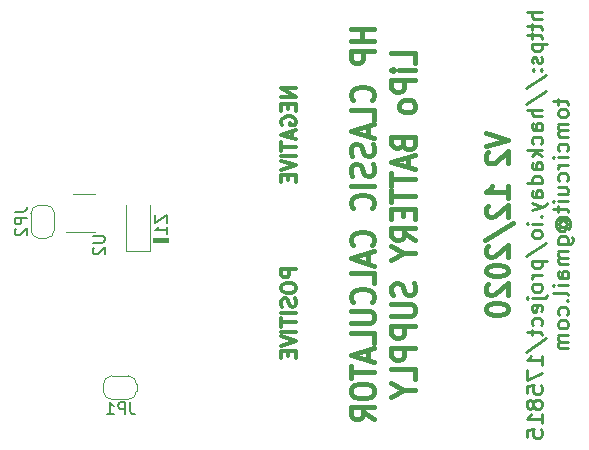
<source format=gbr>
%TF.GenerationSoftware,KiCad,Pcbnew,(5.1.6)-1*%
%TF.CreationDate,2020-12-02T11:33:45-05:00*%
%TF.ProjectId,HP_classic,48505f63-6c61-4737-9369-632e6b696361,2*%
%TF.SameCoordinates,Original*%
%TF.FileFunction,Legend,Bot*%
%TF.FilePolarity,Positive*%
%FSLAX46Y46*%
G04 Gerber Fmt 4.6, Leading zero omitted, Abs format (unit mm)*
G04 Created by KiCad (PCBNEW (5.1.6)-1) date 2020-12-02 11:33:45*
%MOMM*%
%LPD*%
G01*
G04 APERTURE LIST*
%ADD10C,0.250000*%
%ADD11C,0.100000*%
%ADD12C,0.400000*%
%ADD13C,0.450000*%
%ADD14C,0.300000*%
%ADD15C,0.120000*%
%ADD16C,0.150000*%
%ADD17R,1.300000X1.300000*%
%ADD18R,1.400000X0.750000*%
%ADD19R,1.800000X1.800000*%
%ADD20O,1.800000X1.800000*%
%ADD21O,1.200000X1.900000*%
%ADD22O,1.200000X2.300000*%
%ADD23O,1.300000X1.850000*%
%ADD24C,2.100000*%
G04 APERTURE END LIST*
D10*
X194988095Y-107016666D02*
X193688095Y-107016666D01*
X194988095Y-107573809D02*
X194307142Y-107573809D01*
X194183333Y-107511904D01*
X194121428Y-107388095D01*
X194121428Y-107202380D01*
X194183333Y-107078571D01*
X194245238Y-107016666D01*
X194121428Y-108007142D02*
X194121428Y-108502380D01*
X193688095Y-108192857D02*
X194802380Y-108192857D01*
X194926190Y-108254761D01*
X194988095Y-108378571D01*
X194988095Y-108502380D01*
X194121428Y-108750000D02*
X194121428Y-109245238D01*
X193688095Y-108935714D02*
X194802380Y-108935714D01*
X194926190Y-108997619D01*
X194988095Y-109121428D01*
X194988095Y-109245238D01*
X194121428Y-109678571D02*
X195421428Y-109678571D01*
X194183333Y-109678571D02*
X194121428Y-109802380D01*
X194121428Y-110050000D01*
X194183333Y-110173809D01*
X194245238Y-110235714D01*
X194369047Y-110297619D01*
X194740476Y-110297619D01*
X194864285Y-110235714D01*
X194926190Y-110173809D01*
X194988095Y-110050000D01*
X194988095Y-109802380D01*
X194926190Y-109678571D01*
X194926190Y-110792857D02*
X194988095Y-110916666D01*
X194988095Y-111164285D01*
X194926190Y-111288095D01*
X194802380Y-111350000D01*
X194740476Y-111350000D01*
X194616666Y-111288095D01*
X194554761Y-111164285D01*
X194554761Y-110978571D01*
X194492857Y-110854761D01*
X194369047Y-110792857D01*
X194307142Y-110792857D01*
X194183333Y-110854761D01*
X194121428Y-110978571D01*
X194121428Y-111164285D01*
X194183333Y-111288095D01*
X194864285Y-111907142D02*
X194926190Y-111969047D01*
X194988095Y-111907142D01*
X194926190Y-111845238D01*
X194864285Y-111907142D01*
X194988095Y-111907142D01*
X194183333Y-111907142D02*
X194245238Y-111969047D01*
X194307142Y-111907142D01*
X194245238Y-111845238D01*
X194183333Y-111907142D01*
X194307142Y-111907142D01*
X193626190Y-113454761D02*
X195297619Y-112340476D01*
X193626190Y-114816666D02*
X195297619Y-113702380D01*
X194988095Y-115250000D02*
X193688095Y-115250000D01*
X194988095Y-115807142D02*
X194307142Y-115807142D01*
X194183333Y-115745238D01*
X194121428Y-115621428D01*
X194121428Y-115435714D01*
X194183333Y-115311904D01*
X194245238Y-115250000D01*
X194988095Y-116983333D02*
X194307142Y-116983333D01*
X194183333Y-116921428D01*
X194121428Y-116797619D01*
X194121428Y-116550000D01*
X194183333Y-116426190D01*
X194926190Y-116983333D02*
X194988095Y-116859523D01*
X194988095Y-116550000D01*
X194926190Y-116426190D01*
X194802380Y-116364285D01*
X194678571Y-116364285D01*
X194554761Y-116426190D01*
X194492857Y-116550000D01*
X194492857Y-116859523D01*
X194430952Y-116983333D01*
X194926190Y-118159523D02*
X194988095Y-118035714D01*
X194988095Y-117788095D01*
X194926190Y-117664285D01*
X194864285Y-117602380D01*
X194740476Y-117540476D01*
X194369047Y-117540476D01*
X194245238Y-117602380D01*
X194183333Y-117664285D01*
X194121428Y-117788095D01*
X194121428Y-118035714D01*
X194183333Y-118159523D01*
X194988095Y-118716666D02*
X193688095Y-118716666D01*
X194492857Y-118840476D02*
X194988095Y-119211904D01*
X194121428Y-119211904D02*
X194616666Y-118716666D01*
X194988095Y-120326190D02*
X194307142Y-120326190D01*
X194183333Y-120264285D01*
X194121428Y-120140476D01*
X194121428Y-119892857D01*
X194183333Y-119769047D01*
X194926190Y-120326190D02*
X194988095Y-120202380D01*
X194988095Y-119892857D01*
X194926190Y-119769047D01*
X194802380Y-119707142D01*
X194678571Y-119707142D01*
X194554761Y-119769047D01*
X194492857Y-119892857D01*
X194492857Y-120202380D01*
X194430952Y-120326190D01*
X194988095Y-121502380D02*
X193688095Y-121502380D01*
X194926190Y-121502380D02*
X194988095Y-121378571D01*
X194988095Y-121130952D01*
X194926190Y-121007142D01*
X194864285Y-120945238D01*
X194740476Y-120883333D01*
X194369047Y-120883333D01*
X194245238Y-120945238D01*
X194183333Y-121007142D01*
X194121428Y-121130952D01*
X194121428Y-121378571D01*
X194183333Y-121502380D01*
X194988095Y-122678571D02*
X194307142Y-122678571D01*
X194183333Y-122616666D01*
X194121428Y-122492857D01*
X194121428Y-122245238D01*
X194183333Y-122121428D01*
X194926190Y-122678571D02*
X194988095Y-122554761D01*
X194988095Y-122245238D01*
X194926190Y-122121428D01*
X194802380Y-122059523D01*
X194678571Y-122059523D01*
X194554761Y-122121428D01*
X194492857Y-122245238D01*
X194492857Y-122554761D01*
X194430952Y-122678571D01*
X194121428Y-123173809D02*
X194988095Y-123483333D01*
X194121428Y-123792857D02*
X194988095Y-123483333D01*
X195297619Y-123359523D01*
X195359523Y-123297619D01*
X195421428Y-123173809D01*
X194864285Y-124288095D02*
X194926190Y-124350000D01*
X194988095Y-124288095D01*
X194926190Y-124226190D01*
X194864285Y-124288095D01*
X194988095Y-124288095D01*
X194988095Y-124907142D02*
X194121428Y-124907142D01*
X193688095Y-124907142D02*
X193750000Y-124845238D01*
X193811904Y-124907142D01*
X193750000Y-124969047D01*
X193688095Y-124907142D01*
X193811904Y-124907142D01*
X194988095Y-125711904D02*
X194926190Y-125588095D01*
X194864285Y-125526190D01*
X194740476Y-125464285D01*
X194369047Y-125464285D01*
X194245238Y-125526190D01*
X194183333Y-125588095D01*
X194121428Y-125711904D01*
X194121428Y-125897619D01*
X194183333Y-126021428D01*
X194245238Y-126083333D01*
X194369047Y-126145238D01*
X194740476Y-126145238D01*
X194864285Y-126083333D01*
X194926190Y-126021428D01*
X194988095Y-125897619D01*
X194988095Y-125711904D01*
X193626190Y-127630952D02*
X195297619Y-126516666D01*
X194121428Y-128064285D02*
X195421428Y-128064285D01*
X194183333Y-128064285D02*
X194121428Y-128188095D01*
X194121428Y-128435714D01*
X194183333Y-128559523D01*
X194245238Y-128621428D01*
X194369047Y-128683333D01*
X194740476Y-128683333D01*
X194864285Y-128621428D01*
X194926190Y-128559523D01*
X194988095Y-128435714D01*
X194988095Y-128188095D01*
X194926190Y-128064285D01*
X194988095Y-129240476D02*
X194121428Y-129240476D01*
X194369047Y-129240476D02*
X194245238Y-129302380D01*
X194183333Y-129364285D01*
X194121428Y-129488095D01*
X194121428Y-129611904D01*
X194988095Y-130230952D02*
X194926190Y-130107142D01*
X194864285Y-130045238D01*
X194740476Y-129983333D01*
X194369047Y-129983333D01*
X194245238Y-130045238D01*
X194183333Y-130107142D01*
X194121428Y-130230952D01*
X194121428Y-130416666D01*
X194183333Y-130540476D01*
X194245238Y-130602380D01*
X194369047Y-130664285D01*
X194740476Y-130664285D01*
X194864285Y-130602380D01*
X194926190Y-130540476D01*
X194988095Y-130416666D01*
X194988095Y-130230952D01*
X194121428Y-131221428D02*
X195235714Y-131221428D01*
X195359523Y-131159523D01*
X195421428Y-131035714D01*
X195421428Y-130973809D01*
X193688095Y-131221428D02*
X193750000Y-131159523D01*
X193811904Y-131221428D01*
X193750000Y-131283333D01*
X193688095Y-131221428D01*
X193811904Y-131221428D01*
X194926190Y-132335714D02*
X194988095Y-132211904D01*
X194988095Y-131964285D01*
X194926190Y-131840476D01*
X194802380Y-131778571D01*
X194307142Y-131778571D01*
X194183333Y-131840476D01*
X194121428Y-131964285D01*
X194121428Y-132211904D01*
X194183333Y-132335714D01*
X194307142Y-132397619D01*
X194430952Y-132397619D01*
X194554761Y-131778571D01*
X194926190Y-133511904D02*
X194988095Y-133388095D01*
X194988095Y-133140476D01*
X194926190Y-133016666D01*
X194864285Y-132954761D01*
X194740476Y-132892857D01*
X194369047Y-132892857D01*
X194245238Y-132954761D01*
X194183333Y-133016666D01*
X194121428Y-133140476D01*
X194121428Y-133388095D01*
X194183333Y-133511904D01*
X194121428Y-133883333D02*
X194121428Y-134378571D01*
X193688095Y-134069047D02*
X194802380Y-134069047D01*
X194926190Y-134130952D01*
X194988095Y-134254761D01*
X194988095Y-134378571D01*
X193626190Y-135740476D02*
X195297619Y-134626190D01*
X194988095Y-136854761D02*
X194988095Y-136111904D01*
X194988095Y-136483333D02*
X193688095Y-136483333D01*
X193873809Y-136359523D01*
X193997619Y-136235714D01*
X194059523Y-136111904D01*
X193688095Y-137288095D02*
X193688095Y-138154761D01*
X194988095Y-137597619D01*
X193688095Y-139269047D02*
X193688095Y-138650000D01*
X194307142Y-138588095D01*
X194245238Y-138650000D01*
X194183333Y-138773809D01*
X194183333Y-139083333D01*
X194245238Y-139207142D01*
X194307142Y-139269047D01*
X194430952Y-139330952D01*
X194740476Y-139330952D01*
X194864285Y-139269047D01*
X194926190Y-139207142D01*
X194988095Y-139083333D01*
X194988095Y-138773809D01*
X194926190Y-138650000D01*
X194864285Y-138588095D01*
X194245238Y-140073809D02*
X194183333Y-139950000D01*
X194121428Y-139888095D01*
X193997619Y-139826190D01*
X193935714Y-139826190D01*
X193811904Y-139888095D01*
X193750000Y-139950000D01*
X193688095Y-140073809D01*
X193688095Y-140321428D01*
X193750000Y-140445238D01*
X193811904Y-140507142D01*
X193935714Y-140569047D01*
X193997619Y-140569047D01*
X194121428Y-140507142D01*
X194183333Y-140445238D01*
X194245238Y-140321428D01*
X194245238Y-140073809D01*
X194307142Y-139950000D01*
X194369047Y-139888095D01*
X194492857Y-139826190D01*
X194740476Y-139826190D01*
X194864285Y-139888095D01*
X194926190Y-139950000D01*
X194988095Y-140073809D01*
X194988095Y-140321428D01*
X194926190Y-140445238D01*
X194864285Y-140507142D01*
X194740476Y-140569047D01*
X194492857Y-140569047D01*
X194369047Y-140507142D01*
X194307142Y-140445238D01*
X194245238Y-140321428D01*
X194988095Y-141807142D02*
X194988095Y-141064285D01*
X194988095Y-141435714D02*
X193688095Y-141435714D01*
X193873809Y-141311904D01*
X193997619Y-141188095D01*
X194059523Y-141064285D01*
X193688095Y-142983333D02*
X193688095Y-142364285D01*
X194307142Y-142302380D01*
X194245238Y-142364285D01*
X194183333Y-142488095D01*
X194183333Y-142797619D01*
X194245238Y-142921428D01*
X194307142Y-142983333D01*
X194430952Y-143045238D01*
X194740476Y-143045238D01*
X194864285Y-142983333D01*
X194926190Y-142921428D01*
X194988095Y-142797619D01*
X194988095Y-142488095D01*
X194926190Y-142364285D01*
X194864285Y-142302380D01*
X196321428Y-114352380D02*
X196321428Y-114847619D01*
X195888095Y-114538095D02*
X197002380Y-114538095D01*
X197126190Y-114600000D01*
X197188095Y-114723809D01*
X197188095Y-114847619D01*
X197188095Y-115466666D02*
X197126190Y-115342857D01*
X197064285Y-115280952D01*
X196940476Y-115219047D01*
X196569047Y-115219047D01*
X196445238Y-115280952D01*
X196383333Y-115342857D01*
X196321428Y-115466666D01*
X196321428Y-115652380D01*
X196383333Y-115776190D01*
X196445238Y-115838095D01*
X196569047Y-115900000D01*
X196940476Y-115900000D01*
X197064285Y-115838095D01*
X197126190Y-115776190D01*
X197188095Y-115652380D01*
X197188095Y-115466666D01*
X197188095Y-116457142D02*
X196321428Y-116457142D01*
X196445238Y-116457142D02*
X196383333Y-116519047D01*
X196321428Y-116642857D01*
X196321428Y-116828571D01*
X196383333Y-116952380D01*
X196507142Y-117014285D01*
X197188095Y-117014285D01*
X196507142Y-117014285D02*
X196383333Y-117076190D01*
X196321428Y-117200000D01*
X196321428Y-117385714D01*
X196383333Y-117509523D01*
X196507142Y-117571428D01*
X197188095Y-117571428D01*
X197126190Y-118747619D02*
X197188095Y-118623809D01*
X197188095Y-118376190D01*
X197126190Y-118252380D01*
X197064285Y-118190476D01*
X196940476Y-118128571D01*
X196569047Y-118128571D01*
X196445238Y-118190476D01*
X196383333Y-118252380D01*
X196321428Y-118376190D01*
X196321428Y-118623809D01*
X196383333Y-118747619D01*
X197188095Y-119304761D02*
X196321428Y-119304761D01*
X195888095Y-119304761D02*
X195950000Y-119242857D01*
X196011904Y-119304761D01*
X195950000Y-119366666D01*
X195888095Y-119304761D01*
X196011904Y-119304761D01*
X197188095Y-119923809D02*
X196321428Y-119923809D01*
X196569047Y-119923809D02*
X196445238Y-119985714D01*
X196383333Y-120047619D01*
X196321428Y-120171428D01*
X196321428Y-120295238D01*
X197126190Y-121285714D02*
X197188095Y-121161904D01*
X197188095Y-120914285D01*
X197126190Y-120790476D01*
X197064285Y-120728571D01*
X196940476Y-120666666D01*
X196569047Y-120666666D01*
X196445238Y-120728571D01*
X196383333Y-120790476D01*
X196321428Y-120914285D01*
X196321428Y-121161904D01*
X196383333Y-121285714D01*
X196321428Y-122400000D02*
X197188095Y-122400000D01*
X196321428Y-121842857D02*
X197002380Y-121842857D01*
X197126190Y-121904761D01*
X197188095Y-122028571D01*
X197188095Y-122214285D01*
X197126190Y-122338095D01*
X197064285Y-122400000D01*
X197188095Y-123019047D02*
X196321428Y-123019047D01*
X195888095Y-123019047D02*
X195950000Y-122957142D01*
X196011904Y-123019047D01*
X195950000Y-123080952D01*
X195888095Y-123019047D01*
X196011904Y-123019047D01*
X196321428Y-123452380D02*
X196321428Y-123947619D01*
X195888095Y-123638095D02*
X197002380Y-123638095D01*
X197126190Y-123700000D01*
X197188095Y-123823809D01*
X197188095Y-123947619D01*
X196569047Y-125185714D02*
X196507142Y-125123809D01*
X196445238Y-125000000D01*
X196445238Y-124876190D01*
X196507142Y-124752380D01*
X196569047Y-124690476D01*
X196692857Y-124628571D01*
X196816666Y-124628571D01*
X196940476Y-124690476D01*
X197002380Y-124752380D01*
X197064285Y-124876190D01*
X197064285Y-125000000D01*
X197002380Y-125123809D01*
X196940476Y-125185714D01*
X196445238Y-125185714D02*
X196940476Y-125185714D01*
X197002380Y-125247619D01*
X197002380Y-125309523D01*
X196940476Y-125433333D01*
X196816666Y-125495238D01*
X196507142Y-125495238D01*
X196321428Y-125371428D01*
X196197619Y-125185714D01*
X196135714Y-124938095D01*
X196197619Y-124690476D01*
X196321428Y-124504761D01*
X196507142Y-124380952D01*
X196754761Y-124319047D01*
X197002380Y-124380952D01*
X197188095Y-124504761D01*
X197311904Y-124690476D01*
X197373809Y-124938095D01*
X197311904Y-125185714D01*
X197188095Y-125371428D01*
X196321428Y-126609523D02*
X197373809Y-126609523D01*
X197497619Y-126547619D01*
X197559523Y-126485714D01*
X197621428Y-126361904D01*
X197621428Y-126176190D01*
X197559523Y-126052380D01*
X197126190Y-126609523D02*
X197188095Y-126485714D01*
X197188095Y-126238095D01*
X197126190Y-126114285D01*
X197064285Y-126052380D01*
X196940476Y-125990476D01*
X196569047Y-125990476D01*
X196445238Y-126052380D01*
X196383333Y-126114285D01*
X196321428Y-126238095D01*
X196321428Y-126485714D01*
X196383333Y-126609523D01*
X197188095Y-127228571D02*
X196321428Y-127228571D01*
X196445238Y-127228571D02*
X196383333Y-127290476D01*
X196321428Y-127414285D01*
X196321428Y-127600000D01*
X196383333Y-127723809D01*
X196507142Y-127785714D01*
X197188095Y-127785714D01*
X196507142Y-127785714D02*
X196383333Y-127847619D01*
X196321428Y-127971428D01*
X196321428Y-128157142D01*
X196383333Y-128280952D01*
X196507142Y-128342857D01*
X197188095Y-128342857D01*
X197188095Y-129519047D02*
X196507142Y-129519047D01*
X196383333Y-129457142D01*
X196321428Y-129333333D01*
X196321428Y-129085714D01*
X196383333Y-128961904D01*
X197126190Y-129519047D02*
X197188095Y-129395238D01*
X197188095Y-129085714D01*
X197126190Y-128961904D01*
X197002380Y-128900000D01*
X196878571Y-128900000D01*
X196754761Y-128961904D01*
X196692857Y-129085714D01*
X196692857Y-129395238D01*
X196630952Y-129519047D01*
X197188095Y-130138095D02*
X196321428Y-130138095D01*
X195888095Y-130138095D02*
X195950000Y-130076190D01*
X196011904Y-130138095D01*
X195950000Y-130200000D01*
X195888095Y-130138095D01*
X196011904Y-130138095D01*
X197188095Y-130942857D02*
X197126190Y-130819047D01*
X197002380Y-130757142D01*
X195888095Y-130757142D01*
X197064285Y-131438095D02*
X197126190Y-131500000D01*
X197188095Y-131438095D01*
X197126190Y-131376190D01*
X197064285Y-131438095D01*
X197188095Y-131438095D01*
X197126190Y-132614285D02*
X197188095Y-132490476D01*
X197188095Y-132242857D01*
X197126190Y-132119047D01*
X197064285Y-132057142D01*
X196940476Y-131995238D01*
X196569047Y-131995238D01*
X196445238Y-132057142D01*
X196383333Y-132119047D01*
X196321428Y-132242857D01*
X196321428Y-132490476D01*
X196383333Y-132614285D01*
X197188095Y-133357142D02*
X197126190Y-133233333D01*
X197064285Y-133171428D01*
X196940476Y-133109523D01*
X196569047Y-133109523D01*
X196445238Y-133171428D01*
X196383333Y-133233333D01*
X196321428Y-133357142D01*
X196321428Y-133542857D01*
X196383333Y-133666666D01*
X196445238Y-133728571D01*
X196569047Y-133790476D01*
X196940476Y-133790476D01*
X197064285Y-133728571D01*
X197126190Y-133666666D01*
X197188095Y-133542857D01*
X197188095Y-133357142D01*
X197188095Y-134347619D02*
X196321428Y-134347619D01*
X196445238Y-134347619D02*
X196383333Y-134409523D01*
X196321428Y-134533333D01*
X196321428Y-134719047D01*
X196383333Y-134842857D01*
X196507142Y-134904761D01*
X197188095Y-134904761D01*
X196507142Y-134904761D02*
X196383333Y-134966666D01*
X196321428Y-135090476D01*
X196321428Y-135276190D01*
X196383333Y-135400000D01*
X196507142Y-135461904D01*
X197188095Y-135461904D01*
D11*
G36*
X163295070Y-126500000D02*
G01*
X162045070Y-126500000D01*
X162045070Y-126148287D01*
X163295070Y-126148287D01*
X163295070Y-126500000D01*
G37*
X163295070Y-126500000D02*
X162045070Y-126500000D01*
X162045070Y-126148287D01*
X163295070Y-126148287D01*
X163295070Y-126500000D01*
D12*
X190264285Y-117228571D02*
X192064285Y-117795238D01*
X190264285Y-118361904D01*
X190435714Y-118847619D02*
X190350000Y-118928571D01*
X190264285Y-119090476D01*
X190264285Y-119495238D01*
X190350000Y-119657142D01*
X190435714Y-119738095D01*
X190607142Y-119819047D01*
X190778571Y-119819047D01*
X191035714Y-119738095D01*
X192064285Y-118766666D01*
X192064285Y-119819047D01*
X192064285Y-122733333D02*
X192064285Y-121761904D01*
X192064285Y-122247619D02*
X190264285Y-122247619D01*
X190521428Y-122085714D01*
X190692857Y-121923809D01*
X190778571Y-121761904D01*
X190435714Y-123380952D02*
X190350000Y-123461904D01*
X190264285Y-123623809D01*
X190264285Y-124028571D01*
X190350000Y-124190476D01*
X190435714Y-124271428D01*
X190607142Y-124352380D01*
X190778571Y-124352380D01*
X191035714Y-124271428D01*
X192064285Y-123300000D01*
X192064285Y-124352380D01*
X190178571Y-126295238D02*
X192492857Y-124838095D01*
X190435714Y-126780952D02*
X190350000Y-126861904D01*
X190264285Y-127023809D01*
X190264285Y-127428571D01*
X190350000Y-127590476D01*
X190435714Y-127671428D01*
X190607142Y-127752380D01*
X190778571Y-127752380D01*
X191035714Y-127671428D01*
X192064285Y-126700000D01*
X192064285Y-127752380D01*
X190264285Y-128804761D02*
X190264285Y-128966666D01*
X190350000Y-129128571D01*
X190435714Y-129209523D01*
X190607142Y-129290476D01*
X190950000Y-129371428D01*
X191378571Y-129371428D01*
X191721428Y-129290476D01*
X191892857Y-129209523D01*
X191978571Y-129128571D01*
X192064285Y-128966666D01*
X192064285Y-128804761D01*
X191978571Y-128642857D01*
X191892857Y-128561904D01*
X191721428Y-128480952D01*
X191378571Y-128400000D01*
X190950000Y-128400000D01*
X190607142Y-128480952D01*
X190435714Y-128561904D01*
X190350000Y-128642857D01*
X190264285Y-128804761D01*
X190435714Y-130019047D02*
X190350000Y-130100000D01*
X190264285Y-130261904D01*
X190264285Y-130666666D01*
X190350000Y-130828571D01*
X190435714Y-130909523D01*
X190607142Y-130990476D01*
X190778571Y-130990476D01*
X191035714Y-130909523D01*
X192064285Y-129938095D01*
X192064285Y-130990476D01*
X190264285Y-132042857D02*
X190264285Y-132204761D01*
X190350000Y-132366666D01*
X190435714Y-132447619D01*
X190607142Y-132528571D01*
X190950000Y-132609523D01*
X191378571Y-132609523D01*
X191721428Y-132528571D01*
X191892857Y-132447619D01*
X191978571Y-132366666D01*
X192064285Y-132204761D01*
X192064285Y-132042857D01*
X191978571Y-131880952D01*
X191892857Y-131800000D01*
X191721428Y-131719047D01*
X191378571Y-131638095D01*
X190950000Y-131638095D01*
X190607142Y-131719047D01*
X190435714Y-131800000D01*
X190350000Y-131880952D01*
X190264285Y-132042857D01*
D13*
X180779761Y-108400000D02*
X178779761Y-108400000D01*
X179732142Y-108400000D02*
X179732142Y-109428571D01*
X180779761Y-109428571D02*
X178779761Y-109428571D01*
X180779761Y-110285714D02*
X178779761Y-110285714D01*
X178779761Y-110971428D01*
X178875000Y-111142857D01*
X178970238Y-111228571D01*
X179160714Y-111314285D01*
X179446428Y-111314285D01*
X179636904Y-111228571D01*
X179732142Y-111142857D01*
X179827380Y-110971428D01*
X179827380Y-110285714D01*
X180589285Y-114485714D02*
X180684523Y-114400000D01*
X180779761Y-114142857D01*
X180779761Y-113971428D01*
X180684523Y-113714285D01*
X180494047Y-113542857D01*
X180303571Y-113457142D01*
X179922619Y-113371428D01*
X179636904Y-113371428D01*
X179255952Y-113457142D01*
X179065476Y-113542857D01*
X178875000Y-113714285D01*
X178779761Y-113971428D01*
X178779761Y-114142857D01*
X178875000Y-114400000D01*
X178970238Y-114485714D01*
X180779761Y-116114285D02*
X180779761Y-115257142D01*
X178779761Y-115257142D01*
X180208333Y-116628571D02*
X180208333Y-117485714D01*
X180779761Y-116457142D02*
X178779761Y-117057142D01*
X180779761Y-117657142D01*
X180684523Y-118171428D02*
X180779761Y-118428571D01*
X180779761Y-118857142D01*
X180684523Y-119028571D01*
X180589285Y-119114285D01*
X180398809Y-119200000D01*
X180208333Y-119200000D01*
X180017857Y-119114285D01*
X179922619Y-119028571D01*
X179827380Y-118857142D01*
X179732142Y-118514285D01*
X179636904Y-118342857D01*
X179541666Y-118257142D01*
X179351190Y-118171428D01*
X179160714Y-118171428D01*
X178970238Y-118257142D01*
X178875000Y-118342857D01*
X178779761Y-118514285D01*
X178779761Y-118942857D01*
X178875000Y-119200000D01*
X180684523Y-119885714D02*
X180779761Y-120142857D01*
X180779761Y-120571428D01*
X180684523Y-120742857D01*
X180589285Y-120828571D01*
X180398809Y-120914285D01*
X180208333Y-120914285D01*
X180017857Y-120828571D01*
X179922619Y-120742857D01*
X179827380Y-120571428D01*
X179732142Y-120228571D01*
X179636904Y-120057142D01*
X179541666Y-119971428D01*
X179351190Y-119885714D01*
X179160714Y-119885714D01*
X178970238Y-119971428D01*
X178875000Y-120057142D01*
X178779761Y-120228571D01*
X178779761Y-120657142D01*
X178875000Y-120914285D01*
X180779761Y-121685714D02*
X178779761Y-121685714D01*
X180589285Y-123571428D02*
X180684523Y-123485714D01*
X180779761Y-123228571D01*
X180779761Y-123057142D01*
X180684523Y-122800000D01*
X180494047Y-122628571D01*
X180303571Y-122542857D01*
X179922619Y-122457142D01*
X179636904Y-122457142D01*
X179255952Y-122542857D01*
X179065476Y-122628571D01*
X178875000Y-122800000D01*
X178779761Y-123057142D01*
X178779761Y-123228571D01*
X178875000Y-123485714D01*
X178970238Y-123571428D01*
X180589285Y-126742857D02*
X180684523Y-126657142D01*
X180779761Y-126400000D01*
X180779761Y-126228571D01*
X180684523Y-125971428D01*
X180494047Y-125800000D01*
X180303571Y-125714285D01*
X179922619Y-125628571D01*
X179636904Y-125628571D01*
X179255952Y-125714285D01*
X179065476Y-125800000D01*
X178875000Y-125971428D01*
X178779761Y-126228571D01*
X178779761Y-126400000D01*
X178875000Y-126657142D01*
X178970238Y-126742857D01*
X180208333Y-127428571D02*
X180208333Y-128285714D01*
X180779761Y-127257142D02*
X178779761Y-127857142D01*
X180779761Y-128457142D01*
X180779761Y-129914285D02*
X180779761Y-129057142D01*
X178779761Y-129057142D01*
X180589285Y-131542857D02*
X180684523Y-131457142D01*
X180779761Y-131200000D01*
X180779761Y-131028571D01*
X180684523Y-130771428D01*
X180494047Y-130600000D01*
X180303571Y-130514285D01*
X179922619Y-130428571D01*
X179636904Y-130428571D01*
X179255952Y-130514285D01*
X179065476Y-130600000D01*
X178875000Y-130771428D01*
X178779761Y-131028571D01*
X178779761Y-131200000D01*
X178875000Y-131457142D01*
X178970238Y-131542857D01*
X178779761Y-132314285D02*
X180398809Y-132314285D01*
X180589285Y-132400000D01*
X180684523Y-132485714D01*
X180779761Y-132657142D01*
X180779761Y-133000000D01*
X180684523Y-133171428D01*
X180589285Y-133257142D01*
X180398809Y-133342857D01*
X178779761Y-133342857D01*
X180779761Y-135057142D02*
X180779761Y-134200000D01*
X178779761Y-134200000D01*
X180208333Y-135571428D02*
X180208333Y-136428571D01*
X180779761Y-135400000D02*
X178779761Y-136000000D01*
X180779761Y-136600000D01*
X178779761Y-136942857D02*
X178779761Y-137971428D01*
X180779761Y-137457142D02*
X178779761Y-137457142D01*
X178779761Y-138914285D02*
X178779761Y-139257142D01*
X178875000Y-139428571D01*
X179065476Y-139600000D01*
X179446428Y-139685714D01*
X180113095Y-139685714D01*
X180494047Y-139600000D01*
X180684523Y-139428571D01*
X180779761Y-139257142D01*
X180779761Y-138914285D01*
X180684523Y-138742857D01*
X180494047Y-138571428D01*
X180113095Y-138485714D01*
X179446428Y-138485714D01*
X179065476Y-138571428D01*
X178875000Y-138742857D01*
X178779761Y-138914285D01*
X180779761Y-141485714D02*
X179827380Y-140885714D01*
X180779761Y-140457142D02*
X178779761Y-140457142D01*
X178779761Y-141142857D01*
X178875000Y-141314285D01*
X178970238Y-141400000D01*
X179160714Y-141485714D01*
X179446428Y-141485714D01*
X179636904Y-141400000D01*
X179732142Y-141314285D01*
X179827380Y-141142857D01*
X179827380Y-140457142D01*
X184229761Y-111314285D02*
X184229761Y-110457142D01*
X182229761Y-110457142D01*
X184229761Y-111914285D02*
X182896428Y-111914285D01*
X182229761Y-111914285D02*
X182325000Y-111828571D01*
X182420238Y-111914285D01*
X182325000Y-112000000D01*
X182229761Y-111914285D01*
X182420238Y-111914285D01*
X184229761Y-112771428D02*
X182229761Y-112771428D01*
X182229761Y-113457142D01*
X182325000Y-113628571D01*
X182420238Y-113714285D01*
X182610714Y-113800000D01*
X182896428Y-113800000D01*
X183086904Y-113714285D01*
X183182142Y-113628571D01*
X183277380Y-113457142D01*
X183277380Y-112771428D01*
X184229761Y-114828571D02*
X184134523Y-114657142D01*
X184039285Y-114571428D01*
X183848809Y-114485714D01*
X183277380Y-114485714D01*
X183086904Y-114571428D01*
X182991666Y-114657142D01*
X182896428Y-114828571D01*
X182896428Y-115085714D01*
X182991666Y-115257142D01*
X183086904Y-115342857D01*
X183277380Y-115428571D01*
X183848809Y-115428571D01*
X184039285Y-115342857D01*
X184134523Y-115257142D01*
X184229761Y-115085714D01*
X184229761Y-114828571D01*
X183182142Y-118171428D02*
X183277380Y-118428571D01*
X183372619Y-118514285D01*
X183563095Y-118600000D01*
X183848809Y-118600000D01*
X184039285Y-118514285D01*
X184134523Y-118428571D01*
X184229761Y-118257142D01*
X184229761Y-117571428D01*
X182229761Y-117571428D01*
X182229761Y-118171428D01*
X182325000Y-118342857D01*
X182420238Y-118428571D01*
X182610714Y-118514285D01*
X182801190Y-118514285D01*
X182991666Y-118428571D01*
X183086904Y-118342857D01*
X183182142Y-118171428D01*
X183182142Y-117571428D01*
X183658333Y-119285714D02*
X183658333Y-120142857D01*
X184229761Y-119114285D02*
X182229761Y-119714285D01*
X184229761Y-120314285D01*
X182229761Y-120657142D02*
X182229761Y-121685714D01*
X184229761Y-121171428D02*
X182229761Y-121171428D01*
X182229761Y-122028571D02*
X182229761Y-123057142D01*
X184229761Y-122542857D02*
X182229761Y-122542857D01*
X183182142Y-123657142D02*
X183182142Y-124257142D01*
X184229761Y-124514285D02*
X184229761Y-123657142D01*
X182229761Y-123657142D01*
X182229761Y-124514285D01*
X184229761Y-126314285D02*
X183277380Y-125714285D01*
X184229761Y-125285714D02*
X182229761Y-125285714D01*
X182229761Y-125971428D01*
X182325000Y-126142857D01*
X182420238Y-126228571D01*
X182610714Y-126314285D01*
X182896428Y-126314285D01*
X183086904Y-126228571D01*
X183182142Y-126142857D01*
X183277380Y-125971428D01*
X183277380Y-125285714D01*
X183277380Y-127428571D02*
X184229761Y-127428571D01*
X182229761Y-126828571D02*
X183277380Y-127428571D01*
X182229761Y-128028571D01*
X184134523Y-129914285D02*
X184229761Y-130171428D01*
X184229761Y-130600000D01*
X184134523Y-130771428D01*
X184039285Y-130857142D01*
X183848809Y-130942857D01*
X183658333Y-130942857D01*
X183467857Y-130857142D01*
X183372619Y-130771428D01*
X183277380Y-130600000D01*
X183182142Y-130257142D01*
X183086904Y-130085714D01*
X182991666Y-130000000D01*
X182801190Y-129914285D01*
X182610714Y-129914285D01*
X182420238Y-130000000D01*
X182325000Y-130085714D01*
X182229761Y-130257142D01*
X182229761Y-130685714D01*
X182325000Y-130942857D01*
X182229761Y-131714285D02*
X183848809Y-131714285D01*
X184039285Y-131800000D01*
X184134523Y-131885714D01*
X184229761Y-132057142D01*
X184229761Y-132400000D01*
X184134523Y-132571428D01*
X184039285Y-132657142D01*
X183848809Y-132742857D01*
X182229761Y-132742857D01*
X184229761Y-133600000D02*
X182229761Y-133600000D01*
X182229761Y-134285714D01*
X182325000Y-134457142D01*
X182420238Y-134542857D01*
X182610714Y-134628571D01*
X182896428Y-134628571D01*
X183086904Y-134542857D01*
X183182142Y-134457142D01*
X183277380Y-134285714D01*
X183277380Y-133600000D01*
X184229761Y-135400000D02*
X182229761Y-135400000D01*
X182229761Y-136085714D01*
X182325000Y-136257142D01*
X182420238Y-136342857D01*
X182610714Y-136428571D01*
X182896428Y-136428571D01*
X183086904Y-136342857D01*
X183182142Y-136257142D01*
X183277380Y-136085714D01*
X183277380Y-135400000D01*
X184229761Y-138057142D02*
X184229761Y-137200000D01*
X182229761Y-137200000D01*
X183277380Y-139000000D02*
X184229761Y-139000000D01*
X182229761Y-138400000D02*
X183277380Y-139000000D01*
X182229761Y-139600000D01*
D14*
X174165476Y-113441666D02*
X172915476Y-113441666D01*
X174165476Y-114155952D01*
X172915476Y-114155952D01*
X173510714Y-114751190D02*
X173510714Y-115167857D01*
X174165476Y-115346428D02*
X174165476Y-114751190D01*
X172915476Y-114751190D01*
X172915476Y-115346428D01*
X172975000Y-116536904D02*
X172915476Y-116417857D01*
X172915476Y-116239285D01*
X172975000Y-116060714D01*
X173094047Y-115941666D01*
X173213095Y-115882142D01*
X173451190Y-115822619D01*
X173629761Y-115822619D01*
X173867857Y-115882142D01*
X173986904Y-115941666D01*
X174105952Y-116060714D01*
X174165476Y-116239285D01*
X174165476Y-116358333D01*
X174105952Y-116536904D01*
X174046428Y-116596428D01*
X173629761Y-116596428D01*
X173629761Y-116358333D01*
X173808333Y-117072619D02*
X173808333Y-117667857D01*
X174165476Y-116953571D02*
X172915476Y-117370238D01*
X174165476Y-117786904D01*
X172915476Y-118025000D02*
X172915476Y-118739285D01*
X174165476Y-118382142D02*
X172915476Y-118382142D01*
X174165476Y-119155952D02*
X172915476Y-119155952D01*
X172915476Y-119572619D02*
X174165476Y-119989285D01*
X172915476Y-120405952D01*
X173510714Y-120822619D02*
X173510714Y-121239285D01*
X174165476Y-121417857D02*
X174165476Y-120822619D01*
X172915476Y-120822619D01*
X172915476Y-121417857D01*
X174165476Y-128750000D02*
X172915476Y-128750000D01*
X172915476Y-129226190D01*
X172975000Y-129345238D01*
X173034523Y-129404761D01*
X173153571Y-129464285D01*
X173332142Y-129464285D01*
X173451190Y-129404761D01*
X173510714Y-129345238D01*
X173570238Y-129226190D01*
X173570238Y-128750000D01*
X172915476Y-130238095D02*
X172915476Y-130476190D01*
X172975000Y-130595238D01*
X173094047Y-130714285D01*
X173332142Y-130773809D01*
X173748809Y-130773809D01*
X173986904Y-130714285D01*
X174105952Y-130595238D01*
X174165476Y-130476190D01*
X174165476Y-130238095D01*
X174105952Y-130119047D01*
X173986904Y-130000000D01*
X173748809Y-129940476D01*
X173332142Y-129940476D01*
X173094047Y-130000000D01*
X172975000Y-130119047D01*
X172915476Y-130238095D01*
X174105952Y-131250000D02*
X174165476Y-131428571D01*
X174165476Y-131726190D01*
X174105952Y-131845238D01*
X174046428Y-131904761D01*
X173927380Y-131964285D01*
X173808333Y-131964285D01*
X173689285Y-131904761D01*
X173629761Y-131845238D01*
X173570238Y-131726190D01*
X173510714Y-131488095D01*
X173451190Y-131369047D01*
X173391666Y-131309523D01*
X173272619Y-131250000D01*
X173153571Y-131250000D01*
X173034523Y-131309523D01*
X172975000Y-131369047D01*
X172915476Y-131488095D01*
X172915476Y-131785714D01*
X172975000Y-131964285D01*
X174165476Y-132500000D02*
X172915476Y-132500000D01*
X172915476Y-132916666D02*
X172915476Y-133630952D01*
X174165476Y-133273809D02*
X172915476Y-133273809D01*
X174165476Y-134047619D02*
X172915476Y-134047619D01*
X172915476Y-134464285D02*
X174165476Y-134880952D01*
X172915476Y-135297619D01*
X173510714Y-135714285D02*
X173510714Y-136130952D01*
X174165476Y-136309523D02*
X174165476Y-135714285D01*
X172915476Y-135714285D01*
X172915476Y-136309523D01*
D15*
%TO.C,Z1*%
X161750000Y-127250000D02*
X161750000Y-123350000D01*
X159750000Y-127250000D02*
X159750000Y-123350000D01*
X161750000Y-127250000D02*
X159750000Y-127250000D01*
%TO.C,U2*%
X155300000Y-122390000D02*
X157100000Y-122390000D01*
X157100000Y-125610000D02*
X154650000Y-125610000D01*
%TO.C,JP1*%
X157850000Y-138500000D02*
X157850000Y-139100000D01*
X159950000Y-137800000D02*
X158550000Y-137800000D01*
X160650000Y-139100000D02*
X160650000Y-138500000D01*
X158550000Y-139800000D02*
X159950000Y-139800000D01*
X159950000Y-139800000D02*
G75*
G03*
X160650000Y-139100000I0J700000D01*
G01*
X160650000Y-138500000D02*
G75*
G03*
X159950000Y-137800000I-700000J0D01*
G01*
X158550000Y-137800000D02*
G75*
G03*
X157850000Y-138500000I0J-700000D01*
G01*
X157850000Y-139100000D02*
G75*
G03*
X158550000Y-139800000I700000J0D01*
G01*
%TO.C,JP2*%
X153700000Y-125450000D02*
X153700000Y-124050000D01*
X153000000Y-123350000D02*
X152400000Y-123350000D01*
X151700000Y-124050000D02*
X151700000Y-125450000D01*
X152400000Y-126150000D02*
X153000000Y-126150000D01*
X153000000Y-126150000D02*
G75*
G03*
X153700000Y-125450000I0J700000D01*
G01*
X151700000Y-125450000D02*
G75*
G03*
X152400000Y-126150000I700000J0D01*
G01*
X152400000Y-123350000D02*
G75*
G03*
X151700000Y-124050000I0J-700000D01*
G01*
X153700000Y-124050000D02*
G75*
G03*
X153000000Y-123350000I-700000J0D01*
G01*
%TO.C,Z1*%
D16*
X162202380Y-124190476D02*
X162202380Y-124857142D01*
X163202380Y-124190476D01*
X163202380Y-124857142D01*
X163202380Y-125761904D02*
X163202380Y-125190476D01*
X163202380Y-125476190D02*
X162202380Y-125476190D01*
X162345238Y-125380952D01*
X162440476Y-125285714D01*
X162488095Y-125190476D01*
%TO.C,U2*%
X156952380Y-125938095D02*
X157761904Y-125938095D01*
X157857142Y-125985714D01*
X157904761Y-126033333D01*
X157952380Y-126128571D01*
X157952380Y-126319047D01*
X157904761Y-126414285D01*
X157857142Y-126461904D01*
X157761904Y-126509523D01*
X156952380Y-126509523D01*
X157047619Y-126938095D02*
X157000000Y-126985714D01*
X156952380Y-127080952D01*
X156952380Y-127319047D01*
X157000000Y-127414285D01*
X157047619Y-127461904D01*
X157142857Y-127509523D01*
X157238095Y-127509523D01*
X157380952Y-127461904D01*
X157952380Y-126890476D01*
X157952380Y-127509523D01*
%TO.C,JP1*%
X160133333Y-140052380D02*
X160133333Y-140766666D01*
X160180952Y-140909523D01*
X160276190Y-141004761D01*
X160419047Y-141052380D01*
X160514285Y-141052380D01*
X159657142Y-141052380D02*
X159657142Y-140052380D01*
X159276190Y-140052380D01*
X159180952Y-140100000D01*
X159133333Y-140147619D01*
X159085714Y-140242857D01*
X159085714Y-140385714D01*
X159133333Y-140480952D01*
X159180952Y-140528571D01*
X159276190Y-140576190D01*
X159657142Y-140576190D01*
X158133333Y-141052380D02*
X158704761Y-141052380D01*
X158419047Y-141052380D02*
X158419047Y-140052380D01*
X158514285Y-140195238D01*
X158609523Y-140290476D01*
X158704761Y-140338095D01*
%TO.C,JP2*%
X150352380Y-123916666D02*
X151066666Y-123916666D01*
X151209523Y-123869047D01*
X151304761Y-123773809D01*
X151352380Y-123630952D01*
X151352380Y-123535714D01*
X151352380Y-124392857D02*
X150352380Y-124392857D01*
X150352380Y-124773809D01*
X150400000Y-124869047D01*
X150447619Y-124916666D01*
X150542857Y-124964285D01*
X150685714Y-124964285D01*
X150780952Y-124916666D01*
X150828571Y-124869047D01*
X150876190Y-124773809D01*
X150876190Y-124392857D01*
X150447619Y-125345238D02*
X150400000Y-125392857D01*
X150352380Y-125488095D01*
X150352380Y-125726190D01*
X150400000Y-125821428D01*
X150447619Y-125869047D01*
X150542857Y-125916666D01*
X150638095Y-125916666D01*
X150780952Y-125869047D01*
X151352380Y-125297619D01*
X151352380Y-125916666D01*
%TD*%
%LPC*%
D11*
G36*
X172000000Y-137000000D02*
G01*
X152000000Y-137000000D01*
X152000000Y-128000000D01*
X172000000Y-128000000D01*
X172000000Y-137000000D01*
G37*
X172000000Y-137000000D02*
X152000000Y-137000000D01*
X152000000Y-128000000D01*
X172000000Y-128000000D01*
X172000000Y-137000000D01*
G36*
X153500000Y-114250000D02*
G01*
X155750000Y-114250000D01*
X156000000Y-113000000D01*
X172000000Y-113000000D01*
X172000000Y-122000000D01*
X152000000Y-122000000D01*
X152000000Y-113000000D01*
X153250000Y-113000000D01*
X153500000Y-114250000D01*
G37*
X153500000Y-114250000D02*
X155750000Y-114250000D01*
X156000000Y-113000000D01*
X172000000Y-113000000D01*
X172000000Y-122000000D01*
X152000000Y-122000000D01*
X152000000Y-113000000D01*
X153250000Y-113000000D01*
X153500000Y-114250000D01*
D17*
%TO.C,Z1*%
X160750000Y-126650000D03*
X160750000Y-123350000D03*
%TD*%
D18*
%TO.C,U2*%
X157300000Y-124950000D03*
X157300000Y-123050000D03*
X155100000Y-123050000D03*
X155100000Y-124000000D03*
X155100000Y-124950000D03*
%TD*%
D19*
%TO.C,J3*%
X152300000Y-141200000D03*
D20*
X154840000Y-141200000D03*
%TD*%
D21*
%TO.C,J1*%
X154575000Y-107200000D03*
X154575000Y-112800000D03*
D22*
X152425000Y-110000000D03*
%TD*%
%TO.C,J2*%
G36*
G01*
X155250000Y-142095832D02*
X155250000Y-143404168D01*
G75*
G02*
X154979168Y-143675000I-270832J0D01*
G01*
X154220832Y-143675000D01*
G75*
G02*
X153950000Y-143404168I0J270832D01*
G01*
X153950000Y-142095832D01*
G75*
G02*
X154220832Y-141825000I270832J0D01*
G01*
X154979168Y-141825000D01*
G75*
G02*
X155250000Y-142095832I0J-270832D01*
G01*
G37*
D23*
X152600000Y-142750000D03*
%TD*%
D24*
%TO.C,H1*%
X189000000Y-108000000D03*
%TD*%
%TO.C,H2*%
X169000000Y-108000000D03*
%TD*%
%TO.C,H3*%
X189000000Y-142000000D03*
%TD*%
%TO.C,H4*%
X169000000Y-142000000D03*
%TD*%
D11*
%TO.C,JP1*%
G36*
X159109755Y-138000961D02*
G01*
X159119134Y-138003806D01*
X159127779Y-138008427D01*
X159135355Y-138014645D01*
X159141573Y-138022221D01*
X159146194Y-138030866D01*
X159149039Y-138040245D01*
X159150000Y-138050000D01*
X159150000Y-139550000D01*
X159149039Y-139559755D01*
X159146194Y-139569134D01*
X159141573Y-139577779D01*
X159135355Y-139585355D01*
X159127779Y-139591573D01*
X159119134Y-139596194D01*
X159109755Y-139599039D01*
X159100000Y-139600000D01*
X158600000Y-139600000D01*
X158593889Y-139599398D01*
X158575466Y-139599398D01*
X158570565Y-139599157D01*
X158521734Y-139594347D01*
X158516881Y-139593627D01*
X158468756Y-139584055D01*
X158463995Y-139582863D01*
X158417040Y-139568619D01*
X158412421Y-139566966D01*
X158367088Y-139548189D01*
X158362651Y-139546091D01*
X158319378Y-139522960D01*
X158315171Y-139520438D01*
X158274372Y-139493178D01*
X158270430Y-139490254D01*
X158232501Y-139459126D01*
X158228866Y-139455831D01*
X158194169Y-139421134D01*
X158190874Y-139417499D01*
X158159746Y-139379570D01*
X158156822Y-139375628D01*
X158129562Y-139334829D01*
X158127040Y-139330622D01*
X158103909Y-139287349D01*
X158101811Y-139282912D01*
X158083034Y-139237579D01*
X158081381Y-139232960D01*
X158067137Y-139186005D01*
X158065945Y-139181244D01*
X158056373Y-139133119D01*
X158055653Y-139128266D01*
X158050843Y-139079435D01*
X158050602Y-139074534D01*
X158050602Y-139056111D01*
X158050000Y-139050000D01*
X158050000Y-138550000D01*
X158050602Y-138543889D01*
X158050602Y-138525466D01*
X158050843Y-138520565D01*
X158055653Y-138471734D01*
X158056373Y-138466881D01*
X158065945Y-138418756D01*
X158067137Y-138413995D01*
X158081381Y-138367040D01*
X158083034Y-138362421D01*
X158101811Y-138317088D01*
X158103909Y-138312651D01*
X158127040Y-138269378D01*
X158129562Y-138265171D01*
X158156822Y-138224372D01*
X158159746Y-138220430D01*
X158190874Y-138182501D01*
X158194169Y-138178866D01*
X158228866Y-138144169D01*
X158232501Y-138140874D01*
X158270430Y-138109746D01*
X158274372Y-138106822D01*
X158315171Y-138079562D01*
X158319378Y-138077040D01*
X158362651Y-138053909D01*
X158367088Y-138051811D01*
X158412421Y-138033034D01*
X158417040Y-138031381D01*
X158463995Y-138017137D01*
X158468756Y-138015945D01*
X158516881Y-138006373D01*
X158521734Y-138005653D01*
X158570565Y-138000843D01*
X158575466Y-138000602D01*
X158593889Y-138000602D01*
X158600000Y-138000000D01*
X159100000Y-138000000D01*
X159109755Y-138000961D01*
G37*
G36*
X159906111Y-138000602D02*
G01*
X159924534Y-138000602D01*
X159929435Y-138000843D01*
X159978266Y-138005653D01*
X159983119Y-138006373D01*
X160031244Y-138015945D01*
X160036005Y-138017137D01*
X160082960Y-138031381D01*
X160087579Y-138033034D01*
X160132912Y-138051811D01*
X160137349Y-138053909D01*
X160180622Y-138077040D01*
X160184829Y-138079562D01*
X160225628Y-138106822D01*
X160229570Y-138109746D01*
X160267499Y-138140874D01*
X160271134Y-138144169D01*
X160305831Y-138178866D01*
X160309126Y-138182501D01*
X160340254Y-138220430D01*
X160343178Y-138224372D01*
X160370438Y-138265171D01*
X160372960Y-138269378D01*
X160396091Y-138312651D01*
X160398189Y-138317088D01*
X160416966Y-138362421D01*
X160418619Y-138367040D01*
X160432863Y-138413995D01*
X160434055Y-138418756D01*
X160443627Y-138466881D01*
X160444347Y-138471734D01*
X160449157Y-138520565D01*
X160449398Y-138525466D01*
X160449398Y-138543889D01*
X160450000Y-138550000D01*
X160450000Y-139050000D01*
X160449398Y-139056111D01*
X160449398Y-139074534D01*
X160449157Y-139079435D01*
X160444347Y-139128266D01*
X160443627Y-139133119D01*
X160434055Y-139181244D01*
X160432863Y-139186005D01*
X160418619Y-139232960D01*
X160416966Y-139237579D01*
X160398189Y-139282912D01*
X160396091Y-139287349D01*
X160372960Y-139330622D01*
X160370438Y-139334829D01*
X160343178Y-139375628D01*
X160340254Y-139379570D01*
X160309126Y-139417499D01*
X160305831Y-139421134D01*
X160271134Y-139455831D01*
X160267499Y-139459126D01*
X160229570Y-139490254D01*
X160225628Y-139493178D01*
X160184829Y-139520438D01*
X160180622Y-139522960D01*
X160137349Y-139546091D01*
X160132912Y-139548189D01*
X160087579Y-139566966D01*
X160082960Y-139568619D01*
X160036005Y-139582863D01*
X160031244Y-139584055D01*
X159983119Y-139593627D01*
X159978266Y-139594347D01*
X159929435Y-139599157D01*
X159924534Y-139599398D01*
X159906111Y-139599398D01*
X159900000Y-139600000D01*
X159400000Y-139600000D01*
X159390245Y-139599039D01*
X159380866Y-139596194D01*
X159372221Y-139591573D01*
X159364645Y-139585355D01*
X159358427Y-139577779D01*
X159353806Y-139569134D01*
X159350961Y-139559755D01*
X159350000Y-139550000D01*
X159350000Y-138050000D01*
X159350961Y-138040245D01*
X159353806Y-138030866D01*
X159358427Y-138022221D01*
X159364645Y-138014645D01*
X159372221Y-138008427D01*
X159380866Y-138003806D01*
X159390245Y-138000961D01*
X159400000Y-138000000D01*
X159900000Y-138000000D01*
X159906111Y-138000602D01*
G37*
%TD*%
%TO.C,JP2*%
G36*
X151900602Y-124093889D02*
G01*
X151900602Y-124075466D01*
X151900843Y-124070565D01*
X151905653Y-124021734D01*
X151906373Y-124016881D01*
X151915945Y-123968756D01*
X151917137Y-123963995D01*
X151931381Y-123917040D01*
X151933034Y-123912421D01*
X151951811Y-123867088D01*
X151953909Y-123862651D01*
X151977040Y-123819378D01*
X151979562Y-123815171D01*
X152006822Y-123774372D01*
X152009746Y-123770430D01*
X152040874Y-123732501D01*
X152044169Y-123728866D01*
X152078866Y-123694169D01*
X152082501Y-123690874D01*
X152120430Y-123659746D01*
X152124372Y-123656822D01*
X152165171Y-123629562D01*
X152169378Y-123627040D01*
X152212651Y-123603909D01*
X152217088Y-123601811D01*
X152262421Y-123583034D01*
X152267040Y-123581381D01*
X152313995Y-123567137D01*
X152318756Y-123565945D01*
X152366881Y-123556373D01*
X152371734Y-123555653D01*
X152420565Y-123550843D01*
X152425466Y-123550602D01*
X152443889Y-123550602D01*
X152450000Y-123550000D01*
X152950000Y-123550000D01*
X152956111Y-123550602D01*
X152974534Y-123550602D01*
X152979435Y-123550843D01*
X153028266Y-123555653D01*
X153033119Y-123556373D01*
X153081244Y-123565945D01*
X153086005Y-123567137D01*
X153132960Y-123581381D01*
X153137579Y-123583034D01*
X153182912Y-123601811D01*
X153187349Y-123603909D01*
X153230622Y-123627040D01*
X153234829Y-123629562D01*
X153275628Y-123656822D01*
X153279570Y-123659746D01*
X153317499Y-123690874D01*
X153321134Y-123694169D01*
X153355831Y-123728866D01*
X153359126Y-123732501D01*
X153390254Y-123770430D01*
X153393178Y-123774372D01*
X153420438Y-123815171D01*
X153422960Y-123819378D01*
X153446091Y-123862651D01*
X153448189Y-123867088D01*
X153466966Y-123912421D01*
X153468619Y-123917040D01*
X153482863Y-123963995D01*
X153484055Y-123968756D01*
X153493627Y-124016881D01*
X153494347Y-124021734D01*
X153499157Y-124070565D01*
X153499398Y-124075466D01*
X153499398Y-124093889D01*
X153500000Y-124100000D01*
X153500000Y-124600000D01*
X153499039Y-124609755D01*
X153496194Y-124619134D01*
X153491573Y-124627779D01*
X153485355Y-124635355D01*
X153477779Y-124641573D01*
X153469134Y-124646194D01*
X153459755Y-124649039D01*
X153450000Y-124650000D01*
X151950000Y-124650000D01*
X151940245Y-124649039D01*
X151930866Y-124646194D01*
X151922221Y-124641573D01*
X151914645Y-124635355D01*
X151908427Y-124627779D01*
X151903806Y-124619134D01*
X151900961Y-124609755D01*
X151900000Y-124600000D01*
X151900000Y-124100000D01*
X151900602Y-124093889D01*
G37*
G36*
X151900961Y-124890245D02*
G01*
X151903806Y-124880866D01*
X151908427Y-124872221D01*
X151914645Y-124864645D01*
X151922221Y-124858427D01*
X151930866Y-124853806D01*
X151940245Y-124850961D01*
X151950000Y-124850000D01*
X153450000Y-124850000D01*
X153459755Y-124850961D01*
X153469134Y-124853806D01*
X153477779Y-124858427D01*
X153485355Y-124864645D01*
X153491573Y-124872221D01*
X153496194Y-124880866D01*
X153499039Y-124890245D01*
X153500000Y-124900000D01*
X153500000Y-125400000D01*
X153499398Y-125406111D01*
X153499398Y-125424534D01*
X153499157Y-125429435D01*
X153494347Y-125478266D01*
X153493627Y-125483119D01*
X153484055Y-125531244D01*
X153482863Y-125536005D01*
X153468619Y-125582960D01*
X153466966Y-125587579D01*
X153448189Y-125632912D01*
X153446091Y-125637349D01*
X153422960Y-125680622D01*
X153420438Y-125684829D01*
X153393178Y-125725628D01*
X153390254Y-125729570D01*
X153359126Y-125767499D01*
X153355831Y-125771134D01*
X153321134Y-125805831D01*
X153317499Y-125809126D01*
X153279570Y-125840254D01*
X153275628Y-125843178D01*
X153234829Y-125870438D01*
X153230622Y-125872960D01*
X153187349Y-125896091D01*
X153182912Y-125898189D01*
X153137579Y-125916966D01*
X153132960Y-125918619D01*
X153086005Y-125932863D01*
X153081244Y-125934055D01*
X153033119Y-125943627D01*
X153028266Y-125944347D01*
X152979435Y-125949157D01*
X152974534Y-125949398D01*
X152956111Y-125949398D01*
X152950000Y-125950000D01*
X152450000Y-125950000D01*
X152443889Y-125949398D01*
X152425466Y-125949398D01*
X152420565Y-125949157D01*
X152371734Y-125944347D01*
X152366881Y-125943627D01*
X152318756Y-125934055D01*
X152313995Y-125932863D01*
X152267040Y-125918619D01*
X152262421Y-125916966D01*
X152217088Y-125898189D01*
X152212651Y-125896091D01*
X152169378Y-125872960D01*
X152165171Y-125870438D01*
X152124372Y-125843178D01*
X152120430Y-125840254D01*
X152082501Y-125809126D01*
X152078866Y-125805831D01*
X152044169Y-125771134D01*
X152040874Y-125767499D01*
X152009746Y-125729570D01*
X152006822Y-125725628D01*
X151979562Y-125684829D01*
X151977040Y-125680622D01*
X151953909Y-125637349D01*
X151951811Y-125632912D01*
X151933034Y-125587579D01*
X151931381Y-125582960D01*
X151917137Y-125536005D01*
X151915945Y-125531244D01*
X151906373Y-125483119D01*
X151905653Y-125478266D01*
X151900843Y-125429435D01*
X151900602Y-125424534D01*
X151900602Y-125406111D01*
X151900000Y-125400000D01*
X151900000Y-124900000D01*
X151900961Y-124890245D01*
G37*
%TD*%
M02*

</source>
